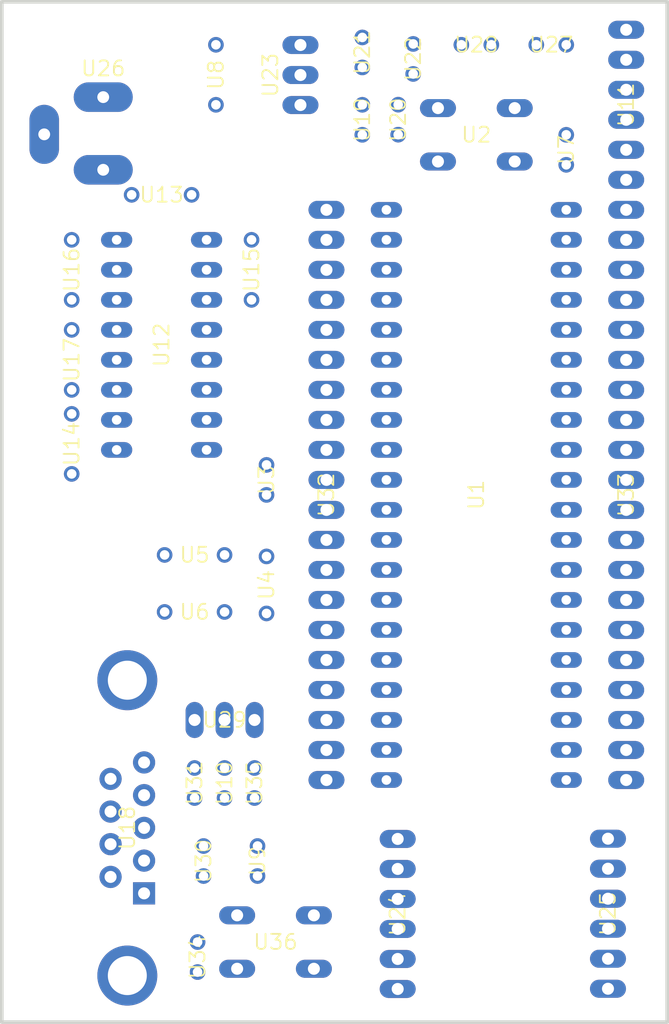
<source format=kicad_pcb>
(kicad_pcb (version 20241229) (generator "pcbnew") (generator_version "9.0")
  (layers (0 "F.Cu" signal "Top") (4 "In1.Cu" signal "Route2") (6 "In2.Cu" signal "Route3") (8 "In3.Cu" signal "Route4") (10 "In4.Cu" signal "Route5") (12 "In5.Cu" signal "Route6") (14 "In6.Cu" signal "Route7") (16 "In7.Cu" signal "Route8") (18 "In8.Cu" signal "Route9") (20 "In9.Cu" signal "Route10") (22 "In10.Cu" signal "Route11") (24 "In11.Cu" signal "Route12") (26 "In12.Cu" signal "Route13") (28 "In13.Cu" signal "Route14") (30 "In14.Cu" signal "Route15") (2 "B.Cu" signal "Bottom") (13 "F.Paste" user) (15 "B.Paste" user) (5 "F.SilkS" user "F.Silkscreen") (7 "B.SilkS" user "B.Silkscreen") (1 "F.Mask" user) (3 "B.Mask" user) (25 "Edge.Cuts" user))
  (net 0 "")
  (net 1 "Net-(IC3-Pad40)")
  (net 2 "Net-(IC3-Pad39)")
  (net 3 "Net-(IC3-Pad38)")
  (net 4 "Net-(IC3-Pad37)")
  (net 5 "Net-(IC3-Pad36)")
  (net 6 "Net-(IC3-Pad35)")
  (net 7 "/MRF_INT")
  (net 8 "Net-(IC3-Pad33)")
  (net 9 "/3.3V_SRC")
  (net 10 "GND")
  (net 11 "Net-(IC3-Pad30)")
  (net 12 "Net-(IC3-Pad29)")
  (net 13 "Net-(IC3-Pad28)")
  (net 14 "Net-(IC3-Pad27)")
  (net 15 "/N$17")
  (net 16 "/N$21")
  (net 17 "/MRF_SDO")
  (net 18 "/MRF_SDI")
  (net 19 "Net-(IC3-Pad22)")
  (net 20 "Net-(IC3-Pad21)")
  (net 21 "Net-(IC3-Pad20)")
  (net 22 "Net-(IC3-Pad19)")
  (net 23 "/MRF_SCK")
  (net 24 "/MRF_CS")
  (net 25 "/MRF_WAKE")
  (net 26 "/MRF_RESET")
  (net 27 "/OSC2")
  (net 28 "/OS1")
  (net 29 "Net-(IC3-Pad10)")
  (net 30 "Net-(IC3-Pad9)")
  (net 31 "Net-(IC3-Pad8)")
  (net 32 "Net-(IC3-Pad7)")
  (net 33 "Net-(IC3-Pad6)")
  (net 34 "Net-(IC3-Pad5)")
  (net 35 "Net-(IC3-Pad4)")
  (net 36 "Net-(IC3-Pad3)")
  (net 37 "Net-(IC3-Pad2)")
  (net 38 "Net-(IC3-Pad1)")
  (net 39 "Net-(S1-Pad4)")
  (net 40 "Net-(S1-Pad2)")
  (net 41 "Net-(C6-Pad1)")
  (net 42 "Net-(LED3-PadA)")
  (net 43 "Net-(R5-Pad1)")
  (net 44 "Net-(JP3-Pad6)")
  (net 45 "Net-(IC2-Pad14)")
  (net 46 "Net-(IC2-Pad13)")
  (net 47 "Net-(IC2-Pad12)")
  (net 48 "Net-(IC2-Pad11)")
  (net 49 "Net-(C5-Pad2)")
  (net 50 "Net-(C2-Pad2)")
  (net 51 "Net-(C5-Pad1)")
  (net 52 "Net-(C4-Pad2)")
  (net 53 "Net-(IC2-Pad8)")
  (net 54 "Net-(IC2-Pad7)")
  (net 55 "Net-(C1-Pad1)")
  (net 56 "Net-(C4-Pad1)")
  (net 57 "Net-(X1-Pad9)")
  (net 58 "Net-(X1-Pad7)")
  (net 59 "Net-(X1-Pad1)")
  (net 60 "Net-(IC4-Pad1)")
  (net 61 "Net-(R8-Pad1)")
  (net 62 "Net-(JP4-Pad4)")
  (net 63 "Net-(X3-Pad3)")
  (net 64 "Net-(LED1-PadA)")
  (net 65 "Net-(R2-Pad1)")
  (net 66 "Net-(R6-Pad1)")
  (net 67 "Net-(LED2-PadA)")
  (net 68 "Net-(R1-Pad1)")
  (net 69 "Net-(S2-Pad4)")
  (net 70 "Net-(S2-Pad2)")
  (footprint "picDevBoard:DIL40" (layer "F.Cu") (at 160.520378 103.560879 -90)
    (property "Reference" "U1" (at 0 0 270) (layer "F.SilkS") (effects (font (size 1.27 1.27))))
    (property "Value" "" (at 0 0 270) (layer "F.SilkS") (effects (font (size 1.27 1.27))))
    (pad "1" thru_hole oval (at -24.13 7.62) (size 2.6416 1.3208) (drill 0.8128) (layers "*.Cu" "*.Mask") (net 38 "Net-(IC3-Pad1)"))
    (pad "2" thru_hole oval (at -21.59 7.62) (size 2.6416 1.3208) (drill 0.8128) (layers "*.Cu" "*.Mask") (net 37 "Net-(IC3-Pad2)"))
    (pad "3" thru_hole oval (at -19.05 7.62) (size 2.6416 1.3208) (drill 0.8128) (layers "*.Cu" "*.Mask") (net 36 "Net-(IC3-Pad3)"))
    (pad "4" thru_hole oval (at -16.51 7.62) (size 2.6416 1.3208) (drill 0.8128) (layers "*.Cu" "*.Mask") (net 35 "Net-(IC3-Pad4)"))
    (pad "5" thru_hole oval (at -13.97 7.62) (size 2.6416 1.3208) (drill 0.8128) (layers "*.Cu" "*.Mask") (net 34 "Net-(IC3-Pad5)"))
    (pad "6" thru_hole oval (at -11.43 7.62) (size 2.6416 1.3208) (drill 0.8128) (layers "*.Cu" "*.Mask") (net 33 "Net-(IC3-Pad6)"))
    (pad "7" thru_hole oval (at -8.89 7.62) (size 2.6416 1.3208) (drill 0.8128) (layers "*.Cu" "*.Mask") (net 32 "Net-(IC3-Pad7)"))
    (pad "8" thru_hole oval (at -6.35 7.62) (size 2.6416 1.3208) (drill 0.8128) (layers "*.Cu" "*.Mask") (net 31 "Net-(IC3-Pad8)"))
    (pad "9" thru_hole oval (at -3.81 7.62) (size 2.6416 1.3208) (drill 0.8128) (layers "*.Cu" "*.Mask") (net 30 "Net-(IC3-Pad9)"))
    (pad "10" thru_hole oval (at -1.27 7.62) (size 2.6416 1.3208) (drill 0.8128) (layers "*.Cu" "*.Mask") (net 29 "Net-(IC3-Pad10)"))
    (pad "11" thru_hole oval (at 1.27 7.62) (size 2.6416 1.3208) (drill 0.8128) (layers "*.Cu" "*.Mask") (net 9 "/3.3V_SRC"))
    (pad "12" thru_hole oval (at 3.81 7.62) (size 2.6416 1.3208) (drill 0.8128) (layers "*.Cu" "*.Mask") (net 10 "GND"))
    (pad "13" thru_hole oval (at 6.35 7.62) (size 2.6416 1.3208) (drill 0.8128) (layers "*.Cu" "*.Mask") (net 28 "/OS1"))
    (pad "14" thru_hole oval (at 8.89 7.62) (size 2.6416 1.3208) (drill 0.8128) (layers "*.Cu" "*.Mask") (net 27 "/OSC2"))
    (pad "15" thru_hole oval (at 11.43 7.62) (size 2.6416 1.3208) (drill 0.8128) (layers "*.Cu" "*.Mask") (net 26 "/MRF_RESET"))
    (pad "16" thru_hole oval (at 13.97 7.62) (size 2.6416 1.3208) (drill 0.8128) (layers "*.Cu" "*.Mask") (net 25 "/MRF_WAKE"))
    (pad "17" thru_hole oval (at 16.51 7.62) (size 2.6416 1.3208) (drill 0.8128) (layers "*.Cu" "*.Mask") (net 24 "/MRF_CS"))
    (pad "18" thru_hole oval (at 19.05 7.62) (size 2.6416 1.3208) (drill 0.8128) (layers "*.Cu" "*.Mask") (net 23 "/MRF_SCK"))
    (pad "19" thru_hole oval (at 21.59 7.62) (size 2.6416 1.3208) (drill 0.8128) (layers "*.Cu" "*.Mask") (net 22 "Net-(IC3-Pad19)"))
    (pad "20" thru_hole oval (at 24.13 7.62) (size 2.6416 1.3208) (drill 0.8128) (layers "*.Cu" "*.Mask") (net 21 "Net-(IC3-Pad20)"))
    (pad "21" thru_hole oval (at 24.13 -7.62) (size 2.6416 1.3208) (drill 0.8128) (layers "*.Cu" "*.Mask") (net 20 "Net-(IC3-Pad21)"))
    (pad "22" thru_hole oval (at 21.59 -7.62) (size 2.6416 1.3208) (drill 0.8128) (layers "*.Cu" "*.Mask") (net 19 "Net-(IC3-Pad22)"))
    (pad "23" thru_hole oval (at 19.05 -7.62) (size 2.6416 1.3208) (drill 0.8128) (layers "*.Cu" "*.Mask") (net 18 "/MRF_SDI"))
    (pad "24" thru_hole oval (at 16.51 -7.62) (size 2.6416 1.3208) (drill 0.8128) (layers "*.Cu" "*.Mask") (net 17 "/MRF_SDO"))
    (pad "25" thru_hole oval (at 13.97 -7.62) (size 2.6416 1.3208) (drill 0.8128) (layers "*.Cu" "*.Mask") (net 16 "/N$21"))
    (pad "26" thru_hole oval (at 11.43 -7.62) (size 2.6416 1.3208) (drill 0.8128) (layers "*.Cu" "*.Mask") (net 15 "/N$17"))
    (pad "27" thru_hole oval (at 8.89 -7.62) (size 2.6416 1.3208) (drill 0.8128) (layers "*.Cu" "*.Mask") (net 14 "Net-(IC3-Pad27)"))
    (pad "28" thru_hole oval (at 6.35 -7.62) (size 2.6416 1.3208) (drill 0.8128) (layers "*.Cu" "*.Mask") (net 13 "Net-(IC3-Pad28)"))
    (pad "29" thru_hole oval (at 3.81 -7.62) (size 2.6416 1.3208) (drill 0.8128) (layers "*.Cu" "*.Mask") (net 12 "Net-(IC3-Pad29)"))
    (pad "30" thru_hole oval (at 1.27 -7.62) (size 2.6416 1.3208) (drill 0.8128) (layers "*.Cu" "*.Mask") (net 11 "Net-(IC3-Pad30)"))
    (pad "31" thru_hole oval (at -1.27 -7.62) (size 2.6416 1.3208) (drill 0.8128) (layers "*.Cu" "*.Mask") (net 10 "GND"))
    (pad "32" thru_hole oval (at -3.81 -7.62) (size 2.6416 1.3208) (drill 0.8128) (layers "*.Cu" "*.Mask") (net 9 "/3.3V_SRC"))
    (pad "33" thru_hole oval (at -6.35 -7.62) (size 2.6416 1.3208) (drill 0.8128) (layers "*.Cu" "*.Mask") (net 8 "Net-(IC3-Pad33)"))
    (pad "34" thru_hole oval (at -8.89 -7.62) (size 2.6416 1.3208) (drill 0.8128) (layers "*.Cu" "*.Mask") (net 7 "/MRF_INT"))
    (pad "35" thru_hole oval (at -11.43 -7.62) (size 2.6416 1.3208) (drill 0.8128) (layers "*.Cu" "*.Mask") (net 6 "Net-(IC3-Pad35)"))
    (pad "36" thru_hole oval (at -13.97 -7.62) (size 2.6416 1.3208) (drill 0.8128) (layers "*.Cu" "*.Mask") (net 5 "Net-(IC3-Pad36)"))
    (pad "37" thru_hole oval (at -16.51 -7.62) (size 2.6416 1.3208) (drill 0.8128) (layers "*.Cu" "*.Mask") (net 4 "Net-(IC3-Pad37)"))
    (pad "38" thru_hole oval (at -19.05 -7.62) (size 2.6416 1.3208) (drill 0.8128) (layers "*.Cu" "*.Mask") (net 3 "Net-(IC3-Pad38)"))
    (pad "39" thru_hole oval (at -21.59 -7.62) (size 2.6416 1.3208) (drill 0.8128) (layers "*.Cu" "*.Mask") (net 2 "Net-(IC3-Pad39)"))
    (pad "40" thru_hole oval (at -24.13 -7.62) (size 2.6416 1.3208) (drill 0.8128) (layers "*.Cu" "*.Mask") (net 1 "Net-(IC3-Pad40)"))
  )
  (footprint "picDevBoard:B3F-10XX" (layer "F.Cu") (at 160.520378 73.080879)
    (property "Reference" "U2" (at 0 0 0) (layer "F.SilkS") (effects (font (size 1.27 1.27))))
    (property "Value" "" (at 0 0 0) (layer "F.SilkS") (effects (font (size 1.27 1.27))))
    (pad "1" thru_hole oval (at -3.2512 -2.2606) (size 3.048 1.524) (drill 1.016) (layers "*.Cu" "*.Mask") (net 10 "GND"))
    (pad "2" thru_hole oval (at 3.2512 -2.2606) (size 3.048 1.524) (drill 1.016) (layers "*.Cu" "*.Mask") (net 40 "Net-(S1-Pad2)"))
    (pad "3" thru_hole oval (at -3.2512 2.2606) (size 3.048 1.524) (drill 1.016) (layers "*.Cu" "*.Mask") (net 38 "Net-(IC3-Pad1)"))
    (pad "4" thru_hole oval (at 3.2512 2.2606) (size 3.048 1.524) (drill 1.016) (layers "*.Cu" "*.Mask") (net 39 "Net-(S1-Pad4)"))
  )
  (footprint "picDevBoard:C025-024X044" (layer "F.Cu") (at 142.740378 102.290879 -90)
    (property "Reference" "U3" (at 0 0 270) (layer "F.SilkS") (effects (font (size 1.27 1.27))))
    (property "Value" "" (at 0 0 270) (layer "F.SilkS") (effects (font (size 1.27 1.27))))
    (pad "1" thru_hole circle (at -1.27 0 270) (size 1.3208 1.3208) (drill 0.8128) (layers "*.Cu" "*.Mask") (net 9 "/3.3V_SRC"))
    (pad "2" thru_hole circle (at 1.27 0 270) (size 1.3208 1.3208) (drill 0.8128) (layers "*.Cu" "*.Mask") (net 10 "GND"))
  )
  (footprint "picDevBoard:HC49_S" (layer "F.Cu") (at 142.740378 111.180879 -90)
    (property "Reference" "U4" (at 0 0 270) (layer "F.SilkS") (effects (font (size 1.27 1.27))))
    (property "Value" "" (at 0 0 270) (layer "F.SilkS") (effects (font (size 1.27 1.27))))
    (pad "1" thru_hole circle (at -2.413 0 270) (size 1.3208 1.3208) (drill 0.8128) (layers "*.Cu" "*.Mask") (net 28 "/OS1"))
    (pad "2" thru_hole circle (at 2.413 0 270) (size 1.3208 1.3208) (drill 0.8128) (layers "*.Cu" "*.Mask") (net 27 "/OSC2"))
  )
  (footprint "picDevBoard:C050-024X044" (layer "F.Cu") (at 136.644378 108.640879 180)
    (property "Reference" "U5" (at 0 0 180) (layer "F.SilkS") (effects (font (size 1.27 1.27))))
    (property "Value" "" (at 0 0 180) (layer "F.SilkS") (effects (font (size 1.27 1.27))))
    (pad "1" thru_hole circle (at -2.54 0 180) (size 1.3208 1.3208) (drill 0.8128) (layers "*.Cu" "*.Mask") (net 28 "/OS1"))
    (pad "2" thru_hole circle (at 2.54 0 180) (size 1.3208 1.3208) (drill 0.8128) (layers "*.Cu" "*.Mask") (net 10 "GND"))
  )
  (footprint "picDevBoard:C050-024X044" (layer "F.Cu") (at 136.644378 113.466879 180)
    (property "Reference" "U6" (at 0 0 180) (layer "F.SilkS") (effects (font (size 1.27 1.27))))
    (property "Value" "" (at 0 0 180) (layer "F.SilkS") (effects (font (size 1.27 1.27))))
    (pad "1" thru_hole circle (at -2.54 0 180) (size 1.3208 1.3208) (drill 0.8128) (layers "*.Cu" "*.Mask") (net 27 "/OSC2"))
    (pad "2" thru_hole circle (at 2.54 0 180) (size 1.3208 1.3208) (drill 0.8128) (layers "*.Cu" "*.Mask") (net 10 "GND"))
  )
  (footprint "picDevBoard:V526-0" (layer "F.Cu") (at 168.140378 74.350879 -90)
    (property "Reference" "U7" (at 0 0 270) (layer "F.SilkS") (effects (font (size 1.27 1.27))))
    (property "Value" "" (at 0 0 270) (layer "F.SilkS") (effects (font (size 1.27 1.27))))
    (pad "1" thru_hole circle (at -1.27 0 270) (size 1.3208 1.3208) (drill 0.8128) (layers "*.Cu" "*.Mask") (net 9 "/3.3V_SRC"))
    (pad "2" thru_hole circle (at 1.27 0 270) (size 1.3208 1.3208) (drill 0.8128) (layers "*.Cu" "*.Mask") (net 38 "Net-(IC3-Pad1)"))
  )
  (footprint "picDevBoard:C050-025X075" (layer "F.Cu") (at 138.452878 68.000879 -90)
    (property "Reference" "U8" (at 0 0 270) (layer "F.SilkS") (effects (font (size 1.27 1.27))))
    (property "Value" "" (at 0 0 270) (layer "F.SilkS") (effects (font (size 1.27 1.27))))
    (pad "1" thru_hole circle (at -2.54 0 270) (size 1.3208 1.3208) (drill 0.8128) (layers "*.Cu" "*.Mask") (net 41 "Net-(C6-Pad1)"))
    (pad "2" thru_hole circle (at 2.54 0 270) (size 1.3208 1.3208) (drill 0.8128) (layers "*.Cu" "*.Mask") (net 10 "GND"))
  )
  (footprint "picDevBoard:LED3MM" (layer "F.Cu") (at 141.978378 134.548879 -90)
    (property "Reference" "U9" (at 0 0 270) (layer "F.SilkS") (effects (font (size 1.27 1.27))))
    (property "Value" "" (at 0 0 270) (layer "F.SilkS") (effects (font (size 1.27 1.27))))
    (pad "A" thru_hole circle (at -1.27 0 270) (size 1.3208 1.3208) (drill 0.8128) (layers "*.Cu" "*.Mask") (net 42 "Net-(LED3-PadA)"))
    (pad "K" thru_hole circle (at 1.27 0 270) (size 1.3208 1.3208) (drill 0.8128) (layers "*.Cu" "*.Mask") (net 10 "GND"))
  )
  (footprint "picDevBoard:V526-0" (layer "F.Cu") (at 139.184378 127.944879 -90)
    (property "Reference" "U10" (at 0 0 270) (layer "F.SilkS") (effects (font (size 1.27 1.27))))
    (property "Value" "" (at 0 0 270) (layer "F.SilkS") (effects (font (size 1.27 1.27))))
    (pad "1" thru_hole circle (at -1.27 0 270) (size 1.3208 1.3208) (drill 0.8128) (layers "*.Cu" "*.Mask") (net 43 "Net-(R5-Pad1)"))
    (pad "2" thru_hole circle (at 1.27 0 270) (size 1.3208 1.3208) (drill 0.8128) (layers "*.Cu" "*.Mask") (net 42 "Net-(LED3-PadA)"))
  )
  (footprint "picDevBoard:1X06" (layer "F.Cu") (at 173.220378 70.540879 90)
    (property "Reference" "U11" (at 0 0 90) (layer "F.SilkS") (effects (font (size 1.27 1.27))))
    (property "Value" "" (at 0 0 90) (layer "F.SilkS") (effects (font (size 1.27 1.27))))
    (pad "1" thru_hole oval (at -6.35 0 180) (size 3.048 1.524) (drill 1.016) (layers "*.Cu" "*.Mask") (net 38 "Net-(IC3-Pad1)"))
    (pad "2" thru_hole oval (at -3.81 0 180) (size 3.048 1.524) (drill 1.016) (layers "*.Cu" "*.Mask") (net 9 "/3.3V_SRC"))
    (pad "3" thru_hole oval (at -1.27 0 180) (size 3.048 1.524) (drill 1.016) (layers "*.Cu" "*.Mask") (net 10 "GND"))
    (pad "4" thru_hole oval (at 1.27 0 180) (size 3.048 1.524) (drill 1.016) (layers "*.Cu" "*.Mask") (net 1 "Net-(IC3-Pad40)"))
    (pad "5" thru_hole oval (at 3.81 0 180) (size 3.048 1.524) (drill 1.016) (layers "*.Cu" "*.Mask") (net 2 "Net-(IC3-Pad39)"))
    (pad "6" thru_hole oval (at 6.35 0 180) (size 3.048 1.524) (drill 1.016) (layers "*.Cu" "*.Mask") (net 44 "Net-(JP3-Pad6)"))
  )
  (footprint "picDevBoard:DIL16" (layer "F.Cu") (at 133.850378 90.860879 -90)
    (property "Reference" "U12" (at 0 0 270) (layer "F.SilkS") (effects (font (size 1.27 1.27))))
    (property "Value" "" (at 0 0 270) (layer "F.SilkS") (effects (font (size 1.27 1.27))))
    (pad "1" thru_hole oval (at -8.89 3.81) (size 2.6416 1.3208) (drill 0.8128) (layers "*.Cu" "*.Mask") (net 56 "Net-(C4-Pad1)"))
    (pad "2" thru_hole oval (at -6.35 3.81) (size 2.6416 1.3208) (drill 0.8128) (layers "*.Cu" "*.Mask") (net 55 "Net-(C1-Pad1)"))
    (pad "3" thru_hole oval (at -3.81 3.81) (size 2.6416 1.3208) (drill 0.8128) (layers "*.Cu" "*.Mask") (net 52 "Net-(C4-Pad2)"))
    (pad "4" thru_hole oval (at -1.27 3.81) (size 2.6416 1.3208) (drill 0.8128) (layers "*.Cu" "*.Mask") (net 51 "Net-(C5-Pad1)"))
    (pad "5" thru_hole oval (at 1.27 3.81) (size 2.6416 1.3208) (drill 0.8128) (layers "*.Cu" "*.Mask") (net 49 "Net-(C5-Pad2)"))
    (pad "6" thru_hole oval (at 3.81 3.81) (size 2.6416 1.3208) (drill 0.8128) (layers "*.Cu" "*.Mask") (net 50 "Net-(C2-Pad2)"))
    (pad "7" thru_hole oval (at 6.35 3.81) (size 2.6416 1.3208) (drill 0.8128) (layers "*.Cu" "*.Mask") (net 54 "Net-(IC2-Pad7)"))
    (pad "8" thru_hole oval (at 8.89 3.81) (size 2.6416 1.3208) (drill 0.8128) (layers "*.Cu" "*.Mask") (net 53 "Net-(IC2-Pad8)"))
    (pad "9" thru_hole oval (at 8.89 -3.81) (size 2.6416 1.3208) (drill 0.8128) (layers "*.Cu" "*.Mask") (net 15 "/N$17"))
    (pad "10" thru_hole oval (at 6.35 -3.81) (size 2.6416 1.3208) (drill 0.8128) (layers "*.Cu" "*.Mask") (net 16 "/N$21"))
    (pad "11" thru_hole oval (at 3.81 -3.81) (size 2.6416 1.3208) (drill 0.8128) (layers "*.Cu" "*.Mask") (net 48 "Net-(IC2-Pad11)"))
    (pad "12" thru_hole oval (at 1.27 -3.81) (size 2.6416 1.3208) (drill 0.8128) (layers "*.Cu" "*.Mask") (net 47 "Net-(IC2-Pad12)"))
    (pad "13" thru_hole oval (at -1.27 -3.81) (size 2.6416 1.3208) (drill 0.8128) (layers "*.Cu" "*.Mask") (net 46 "Net-(IC2-Pad13)"))
    (pad "14" thru_hole oval (at -3.81 -3.81) (size 2.6416 1.3208) (drill 0.8128) (layers "*.Cu" "*.Mask") (net 45 "Net-(IC2-Pad14)"))
    (pad "15" thru_hole oval (at -6.35 -3.81) (size 2.6416 1.3208) (drill 0.8128) (layers "*.Cu" "*.Mask") (net 10 "GND"))
    (pad "16" thru_hole oval (at -8.89 -3.81) (size 2.6416 1.3208) (drill 0.8128) (layers "*.Cu" "*.Mask") (net 9 "/3.3V_SRC"))
  )
  (footprint "picDevBoard:C050-024X044" (layer "F.Cu") (at 133.850378 78.160879)
    (property "Reference" "U13" (at 0 0 0) (layer "F.SilkS") (effects (font (size 1.27 1.27))))
    (property "Value" "" (at 0 0 0) (layer "F.SilkS") (effects (font (size 1.27 1.27))))
    (pad "1" thru_hole circle (at -2.54 0) (size 1.3208 1.3208) (drill 0.8128) (layers "*.Cu" "*.Mask") (net 55 "Net-(C1-Pad1)"))
    (pad "2" thru_hole circle (at 2.54 0) (size 1.3208 1.3208) (drill 0.8128) (layers "*.Cu" "*.Mask") (net 9 "/3.3V_SRC"))
  )
  (footprint "picDevBoard:C050-024X044" (layer "F.Cu") (at 126.230378 99.242879 90)
    (property "Reference" "U14" (at 0 0 90) (layer "F.SilkS") (effects (font (size 1.27 1.27))))
    (property "Value" "" (at 0 0 90) (layer "F.SilkS") (effects (font (size 1.27 1.27))))
    (pad "1" thru_hole circle (at -2.54 0 90) (size 1.3208 1.3208) (drill 0.8128) (layers "*.Cu" "*.Mask") (net 10 "GND"))
    (pad "2" thru_hole circle (at 2.54 0 90) (size 1.3208 1.3208) (drill 0.8128) (layers "*.Cu" "*.Mask") (net 50 "Net-(C2-Pad2)"))
  )
  (footprint "picDevBoard:C050-024X044" (layer "F.Cu") (at 141.470378 84.510879 -90)
    (property "Reference" "U15" (at 0 0 270) (layer "F.SilkS") (effects (font (size 1.27 1.27))))
    (property "Value" "" (at 0 0 270) (layer "F.SilkS") (effects (font (size 1.27 1.27))))
    (pad "1" thru_hole circle (at -2.54 0 270) (size 1.3208 1.3208) (drill 0.8128) (layers "*.Cu" "*.Mask") (net 9 "/3.3V_SRC"))
    (pad "2" thru_hole circle (at 2.54 0 270) (size 1.3208 1.3208) (drill 0.8128) (layers "*.Cu" "*.Mask") (net 10 "GND"))
  )
  (footprint "picDevBoard:C050-024X044" (layer "F.Cu") (at 126.230378 84.510879 -90)
    (property "Reference" "U16" (at 0 0 270) (layer "F.SilkS") (effects (font (size 1.27 1.27))))
    (property "Value" "" (at 0 0 270) (layer "F.SilkS") (effects (font (size 1.27 1.27))))
    (pad "1" thru_hole circle (at -2.54 0 270) (size 1.3208 1.3208) (drill 0.8128) (layers "*.Cu" "*.Mask") (net 56 "Net-(C4-Pad1)"))
    (pad "2" thru_hole circle (at 2.54 0 270) (size 1.3208 1.3208) (drill 0.8128) (layers "*.Cu" "*.Mask") (net 52 "Net-(C4-Pad2)"))
  )
  (footprint "picDevBoard:C050-024X044" (layer "F.Cu") (at 126.230378 92.130879 -90)
    (property "Reference" "U17" (at 0 0 270) (layer "F.SilkS") (effects (font (size 1.27 1.27))))
    (property "Value" "" (at 0 0 270) (layer "F.SilkS") (effects (font (size 1.27 1.27))))
    (pad "1" thru_hole circle (at -2.54 0 270) (size 1.3208 1.3208) (drill 0.8128) (layers "*.Cu" "*.Mask") (net 51 "Net-(C5-Pad1)"))
    (pad "2" thru_hole circle (at 2.54 0 270) (size 1.3208 1.3208) (drill 0.8128) (layers "*.Cu" "*.Mask") (net 49 "Net-(C5-Pad2)"))
  )
  (footprint "picDevBoard:DB9" (layer "F.Cu") (at 130.944678 131.744879 90)
    (property "Reference" "U18" (at 0 0 90) (layer "F.SilkS") (effects (font (size 1.27 1.27))))
    (property "Value" "" (at 0 0 90) (layer "F.SilkS") (effects (font (size 1.27 1.27))))
    (pad "1" thru_hole rect (at -5.54 1.42 90) (size 1.8796 1.8796) (drill 1.016) (layers "*.Cu" "*.Mask") (net 59 "Net-(X1-Pad1)"))
    (pad "2" thru_hole circle (at -2.77 1.42 90) (size 1.8796 1.8796) (drill 1.016) (layers "*.Cu" "*.Mask") (net 54 "Net-(IC2-Pad7)"))
    (pad "3" thru_hole circle (at 0 1.42 90) (size 1.8796 1.8796) (drill 1.016) (layers "*.Cu" "*.Mask") (net 53 "Net-(IC2-Pad8)"))
    (pad "4" thru_hole circle (at 2.77 1.42 90) (size 1.8796 1.8796) (drill 1.016) (layers "*.Cu" "*.Mask") (net 59 "Net-(X1-Pad1)"))
    (pad "5" thru_hole circle (at 5.54 1.42 90) (size 1.8796 1.8796) (drill 1.016) (layers "*.Cu" "*.Mask") (net 10 "GND"))
    (pad "6" thru_hole circle (at -4.15 -1.42 90) (size 1.8796 1.8796) (drill 1.016) (layers "*.Cu" "*.Mask") (net 59 "Net-(X1-Pad1)"))
    (pad "7" thru_hole circle (at -1.38 -1.42 90) (size 1.8796 1.8796) (drill 1.016) (layers "*.Cu" "*.Mask") (net 58 "Net-(X1-Pad7)"))
    (pad "8" thru_hole circle (at 1.38 -1.42 90) (size 1.8796 1.8796) (drill 1.016) (layers "*.Cu" "*.Mask") (net 58 "Net-(X1-Pad7)"))
    (pad "9" thru_hole circle (at 4.15 -1.42 90) (size 1.8796 1.8796) (drill 1.016) (layers "*.Cu" "*.Mask") (net 57 "Net-(X1-Pad9)"))
    (pad "G1" thru_hole circle (at -12.5 0 90) (size 5.08 5.08) (drill 3.302) (layers "*.Cu" "*.Mask"))
    (pad "G2" thru_hole circle (at 12.5 0 90) (size 5.08 5.08) (drill 3.302) (layers "*.Cu" "*.Mask"))
  )
  (footprint "picDevBoard:V526-0" (layer "F.Cu") (at 150.858178 71.810879 90)
    (property "Reference" "U19" (at 0 0 90) (layer "F.SilkS") (effects (font (size 1.27 1.27))))
    (property "Value" "" (at 0 0 90) (layer "F.SilkS") (effects (font (size 1.27 1.27))))
    (pad "1" thru_hole circle (at -1.27 0 90) (size 1.3208 1.3208) (drill 0.8128) (layers "*.Cu" "*.Mask") (net 61 "Net-(R8-Pad1)"))
    (pad "2" thru_hole circle (at 1.27 0 90) (size 1.3208 1.3208) (drill 0.8128) (layers "*.Cu" "*.Mask") (net 60 "Net-(IC4-Pad1)"))
  )
  (footprint "picDevBoard:V526-0" (layer "F.Cu") (at 153.9 71.8 -90)
    (property "Reference" "U20" (at 0 0 270) (layer "F.SilkS") (effects (font (size 1.27 1.27))))
    (property "Value" "" (at 0 0 270) (layer "F.SilkS") (effects (font (size 1.27 1.27))))
    (pad "1" thru_hole circle (at -1.27 0 270) (size 1.3208 1.3208) (drill 0.8128) (layers "*.Cu" "*.Mask") (net 10 "GND"))
    (pad "2" thru_hole circle (at 1.27 0 270) (size 1.3208 1.3208) (drill 0.8128) (layers "*.Cu" "*.Mask") (net 61 "Net-(R8-Pad1)"))
  )
  (footprint "picDevBoard:V526-0" (layer "F.Cu") (at 150.858178 66.11 90)
    (property "Reference" "U21" (at 0 0 90) (layer "F.SilkS") (effects (font (size 1.27 1.27))))
    (property "Value" "" (at 0 0 90) (layer "F.SilkS") (effects (font (size 1.27 1.27))))
    (pad "1" thru_hole circle (at -1.27 0 90) (size 1.3208 1.3208) (drill 0.8128) (layers "*.Cu" "*.Mask") (net 60 "Net-(IC4-Pad1)"))
    (pad "2" thru_hole circle (at 1.27 0 90) (size 1.3208 1.3208) (drill 0.8128) (layers "*.Cu" "*.Mask") (net 9 "/3.3V_SRC"))
  )
  (footprint "picDevBoard:C025-024X044" (layer "F.Cu") (at 155.17 66.66 -90)
    (property "Reference" "U22" (at 0 0 270) (layer "F.SilkS") (effects (font (size 1.27 1.27))))
    (property "Value" "" (at 0 0 270) (layer "F.SilkS") (effects (font (size 1.27 1.27))))
    (pad "1" thru_hole circle (at -1.27 0 270) (size 1.3208 1.3208) (drill 0.8128) (layers "*.Cu" "*.Mask") (net 9 "/3.3V_SRC"))
    (pad "2" thru_hole circle (at 1.27 0 270) (size 1.3208 1.3208) (drill 0.8128) (layers "*.Cu" "*.Mask") (net 10 "GND"))
  )
  (footprint "picDevBoard:317TS" (layer "F.Cu") (at 143.075678 68.021279 90)
    (property "Reference" "U23" (at 0 0 90) (layer "F.SilkS") (effects (font (size 1.27 1.27))))
    (property "Value" "" (at 0 0 90) (layer "F.SilkS") (effects (font (size 1.27 1.27))))
    (pad "1" thru_hole oval (at -2.54 2.54 180) (size 3.048 1.524) (drill 1.016) (layers "*.Cu" "*.Mask") (net 60 "Net-(IC4-Pad1)"))
    (pad "2" thru_hole oval (at 0 2.54 180) (size 3.048 1.524) (drill 1.016) (layers "*.Cu" "*.Mask") (net 9 "/3.3V_SRC"))
    (pad "3" thru_hole oval (at 2.54 2.54 180) (size 3.048 1.524) (drill 1.016) (layers "*.Cu" "*.Mask") (net 41 "Net-(C6-Pad1)"))
  )
  (footprint "picDevBoard:1X06" (layer "F.Cu") (at 153.855478 139.029379 90)
    (property "Reference" "U24" (at 0 0 90) (layer "F.SilkS") (effects (font (size 1.27 1.27))))
    (property "Value" "" (at 0 0 90) (layer "F.SilkS") (effects (font (size 1.27 1.27))))
    (pad "1" thru_hole oval (at -6.35 0 180) (size 3.048 1.524) (drill 1.016) (layers "*.Cu" "*.Mask") (net 10 "GND"))
    (pad "2" thru_hole oval (at -3.81 0 180) (size 3.048 1.524) (drill 1.016) (layers "*.Cu" "*.Mask") (net 10 "GND"))
    (pad "3" thru_hole oval (at -1.27 0 180) (size 3.048 1.524) (drill 1.016) (layers "*.Cu" "*.Mask") (net 9 "/3.3V_SRC"))
    (pad "4" thru_hole oval (at 1.27 0 180) (size 3.048 1.524) (drill 1.016) (layers "*.Cu" "*.Mask") (net 62 "Net-(JP4-Pad4)"))
    (pad "5" thru_hole oval (at 3.81 0 180) (size 3.048 1.524) (drill 1.016) (layers "*.Cu" "*.Mask") (net 24 "/MRF_CS"))
    (pad "6" thru_hole oval (at 6.35 0 180) (size 3.048 1.524) (drill 1.016) (layers "*.Cu" "*.Mask") (net 18 "/MRF_SDI"))
  )
  (footprint "picDevBoard:1X06" (layer "F.Cu") (at 171.676178 139.009079 -90)
    (property "Reference" "U25" (at 0 0 270) (layer "F.SilkS") (effects (font (size 1.27 1.27))))
    (property "Value" "" (at 0 0 270) (layer "F.SilkS") (effects (font (size 1.27 1.27))))
    (pad "1" thru_hole oval (at -6.35 0) (size 3.048 1.524) (drill 1.016) (layers "*.Cu" "*.Mask") (net 23 "/MRF_SCK"))
    (pad "2" thru_hole oval (at -3.81 0) (size 3.048 1.524) (drill 1.016) (layers "*.Cu" "*.Mask") (net 17 "/MRF_SDO"))
    (pad "3" thru_hole oval (at -1.27 0) (size 3.048 1.524) (drill 1.016) (layers "*.Cu" "*.Mask") (net 7 "/MRF_INT"))
    (pad "4" thru_hole oval (at 1.27 0) (size 3.048 1.524) (drill 1.016) (layers "*.Cu" "*.Mask") (net 25 "/MRF_WAKE"))
    (pad "5" thru_hole oval (at 3.81 0) (size 3.048 1.524) (drill 1.016) (layers "*.Cu" "*.Mask") (net 26 "/MRF_RESET"))
    (pad "6" thru_hole oval (at 6.35 0) (size 3.048 1.524) (drill 1.016) (layers "*.Cu" "*.Mask") (net 10 "GND"))
  )
  (footprint "picDevBoard:733980-62" (layer "F.Cu") (at 128.902459 67.472557 180)
    (property "Reference" "U26" (at 0 0 180) (layer "F.SilkS") (effects (font (size 1.27 1.27))))
    (property "Value" "" (at 0 0 180) (layer "F.SilkS") (effects (font (size 1.27 1.27))))
    (pad "1" thru_hole oval (at 0 -8.57 180) (size 5 2.5) (drill 1) (layers "*.Cu" "*.Mask") (net 10 "GND"))
    (pad "2" thru_hole oval (at 0 -2.42 180) (size 5 2.5) (drill 1) (layers "*.Cu" "*.Mask") (net 41 "Net-(C6-Pad1)"))
    (pad "3" thru_hole oval (at 5 -5.57 270) (size 5 2.5) (drill 1) (layers "*.Cu" "*.Mask") (net 63 "Net-(X3-Pad3)"))
  )
  (footprint "picDevBoard:LED3MM" (layer "F.Cu") (at 166.870378 65.460879)
    (property "Reference" "U27" (at 0 0 0) (layer "F.SilkS") (effects (font (size 1.27 1.27))))
    (property "Value" "" (at 0 0 0) (layer "F.SilkS") (effects (font (size 1.27 1.27))))
    (pad "A" thru_hole circle (at -1.27 0) (size 1.3208 1.3208) (drill 0.8128) (layers "*.Cu" "*.Mask") (net 64 "Net-(LED1-PadA)"))
    (pad "K" thru_hole circle (at 1.27 0) (size 1.3208 1.3208) (drill 0.8128) (layers "*.Cu" "*.Mask") (net 10 "GND"))
  )
  (footprint "picDevBoard:V526-0" (layer "F.Cu") (at 160.520378 65.460879)
    (property "Reference" "U28" (at 0 0 0) (layer "F.SilkS") (effects (font (size 1.27 1.27))))
    (property "Value" "" (at 0 0 0) (layer "F.SilkS") (effects (font (size 1.27 1.27))))
    (pad "1" thru_hole circle (at -1.27 0) (size 1.3208 1.3208) (drill 0.8128) (layers "*.Cu" "*.Mask") (net 9 "/3.3V_SRC"))
    (pad "2" thru_hole circle (at 1.27 0) (size 1.3208 1.3208) (drill 0.8128) (layers "*.Cu" "*.Mask") (net 64 "Net-(LED1-PadA)"))
  )
  (footprint "picDevBoard:MA03-1" (layer "F.Cu") (at 139.184378 122.610879)
    (property "Reference" "U29" (at 0 0 0) (layer "F.SilkS") (effects (font (size 1.27 1.27))))
    (property "Value" "" (at 0 0 0) (layer "F.SilkS") (effects (font (size 1.27 1.27))))
    (pad "1" thru_hole oval (at -2.54 0 90) (size 3.048 1.524) (drill 1.016) (layers "*.Cu" "*.Mask") (net 66 "Net-(R6-Pad1)"))
    (pad "2" thru_hole oval (at 0 0 90) (size 3.048 1.524) (drill 1.016) (layers "*.Cu" "*.Mask") (net 43 "Net-(R5-Pad1)"))
    (pad "3" thru_hole oval (at 2.54 0 90) (size 3.048 1.524) (drill 1.016) (layers "*.Cu" "*.Mask") (net 65 "Net-(R2-Pad1)"))
  )
  (footprint "picDevBoard:LED3MM" (layer "F.Cu") (at 137.406378 134.548879 -90)
    (property "Reference" "U30" (at 0 0 270) (layer "F.SilkS") (effects (font (size 1.27 1.27))))
    (property "Value" "" (at 0 0 270) (layer "F.SilkS") (effects (font (size 1.27 1.27))))
    (pad "A" thru_hole circle (at -1.27 0 270) (size 1.3208 1.3208) (drill 0.8128) (layers "*.Cu" "*.Mask") (net 67 "Net-(LED2-PadA)"))
    (pad "K" thru_hole circle (at 1.27 0 270) (size 1.3208 1.3208) (drill 0.8128) (layers "*.Cu" "*.Mask") (net 10 "GND"))
  )
  (footprint "picDevBoard:V526-0" (layer "F.Cu") (at 136.644378 127.944879 -90)
    (property "Reference" "U31" (at 0 0 270) (layer "F.SilkS") (effects (font (size 1.27 1.27))))
    (property "Value" "" (at 0 0 270) (layer "F.SilkS") (effects (font (size 1.27 1.27))))
    (pad "1" thru_hole circle (at -1.27 0 270) (size 1.3208 1.3208) (drill 0.8128) (layers "*.Cu" "*.Mask") (net 66 "Net-(R6-Pad1)"))
    (pad "2" thru_hole circle (at 1.27 0 270) (size 1.3208 1.3208) (drill 0.8128) (layers "*.Cu" "*.Mask") (net 67 "Net-(LED2-PadA)"))
  )
  (footprint "picDevBoard:MA20-1" (layer "F.Cu") (at 147.820378 103.560879 90)
    (property "Reference" "U32" (at 0 0 90) (layer "F.SilkS") (effects (font (size 1.27 1.27))))
    (property "Value" "" (at 0 0 90) (layer "F.SilkS") (effects (font (size 1.27 1.27))))
    (pad "1" thru_hole oval (at -24.13 0 180) (size 3.048 1.524) (drill 1.016) (layers "*.Cu" "*.Mask") (net 21 "Net-(IC3-Pad20)"))
    (pad "2" thru_hole oval (at -21.59 0 180) (size 3.048 1.524) (drill 1.016) (layers "*.Cu" "*.Mask") (net 22 "Net-(IC3-Pad19)"))
    (pad "3" thru_hole oval (at -19.05 0 180) (size 3.048 1.524) (drill 1.016) (layers "*.Cu" "*.Mask") (net 23 "/MRF_SCK"))
    (pad "4" thru_hole oval (at -16.51 0 180) (size 3.048 1.524) (drill 1.016) (layers "*.Cu" "*.Mask") (net 24 "/MRF_CS"))
    (pad "5" thru_hole oval (at -13.97 0 180) (size 3.048 1.524) (drill 1.016) (layers "*.Cu" "*.Mask") (net 25 "/MRF_WAKE"))
    (pad "6" thru_hole oval (at -11.43 0 180) (size 3.048 1.524) (drill 1.016) (layers "*.Cu" "*.Mask") (net 26 "/MRF_RESET"))
    (pad "7" thru_hole oval (at -8.89 0 180) (size 3.048 1.524) (drill 1.016) (layers "*.Cu" "*.Mask") (net 27 "/OSC2"))
    (pad "8" thru_hole oval (at -6.35 0 180) (size 3.048 1.524) (drill 1.016) (layers "*.Cu" "*.Mask") (net 28 "/OS1"))
    (pad "9" thru_hole oval (at -3.81 0 180) (size 3.048 1.524) (drill 1.016) (layers "*.Cu" "*.Mask") (net 10 "GND"))
    (pad "10" thru_hole oval (at -1.27 0 180) (size 3.048 1.524) (drill 1.016) (layers "*.Cu" "*.Mask") (net 9 "/3.3V_SRC"))
    (pad "11" thru_hole oval (at 1.27 0 180) (size 3.048 1.524) (drill 1.016) (layers "*.Cu" "*.Mask") (net 29 "Net-(IC3-Pad10)"))
    (pad "12" thru_hole oval (at 3.81 0 180) (size 3.048 1.524) (drill 1.016) (layers "*.Cu" "*.Mask") (net 30 "Net-(IC3-Pad9)"))
    (pad "13" thru_hole oval (at 6.35 0 180) (size 3.048 1.524) (drill 1.016) (layers "*.Cu" "*.Mask") (net 31 "Net-(IC3-Pad8)"))
    (pad "14" thru_hole oval (at 8.89 0 180) (size 3.048 1.524) (drill 1.016) (layers "*.Cu" "*.Mask") (net 32 "Net-(IC3-Pad7)"))
    (pad "15" thru_hole oval (at 11.43 0 180) (size 3.048 1.524) (drill 1.016) (layers "*.Cu" "*.Mask") (net 33 "Net-(IC3-Pad6)"))
    (pad "16" thru_hole oval (at 13.97 0 180) (size 3.048 1.524) (drill 1.016) (layers "*.Cu" "*.Mask") (net 34 "Net-(IC3-Pad5)"))
    (pad "17" thru_hole oval (at 16.51 0 180) (size 3.048 1.524) (drill 1.016) (layers "*.Cu" "*.Mask") (net 35 "Net-(IC3-Pad4)"))
    (pad "18" thru_hole oval (at 19.05 0 180) (size 3.048 1.524) (drill 1.016) (layers "*.Cu" "*.Mask") (net 36 "Net-(IC3-Pad3)"))
    (pad "19" thru_hole oval (at 21.59 0 180) (size 3.048 1.524) (drill 1.016) (layers "*.Cu" "*.Mask") (net 37 "Net-(IC3-Pad2)"))
    (pad "20" thru_hole oval (at 24.13 0 180) (size 3.048 1.524) (drill 1.016) (layers "*.Cu" "*.Mask") (net 38 "Net-(IC3-Pad1)"))
  )
  (footprint "picDevBoard:MA20-1" (layer "F.Cu") (at 173.220378 103.560879 -90)
    (property "Reference" "U33" (at 0 0 270) (layer "F.SilkS") (effects (font (size 1.27 1.27))))
    (property "Value" "" (at 0 0 270) (layer "F.SilkS") (effects (font (size 1.27 1.27))))
    (pad "1" thru_hole oval (at -24.13 0) (size 3.048 1.524) (drill 1.016) (layers "*.Cu" "*.Mask") (net 1 "Net-(IC3-Pad40)"))
    (pad "2" thru_hole oval (at -21.59 0) (size 3.048 1.524) (drill 1.016) (layers "*.Cu" "*.Mask") (net 2 "Net-(IC3-Pad39)"))
    (pad "3" thru_hole oval (at -19.05 0) (size 3.048 1.524) (drill 1.016) (layers "*.Cu" "*.Mask") (net 3 "Net-(IC3-Pad38)"))
    (pad "4" thru_hole oval (at -16.51 0) (size 3.048 1.524) (drill 1.016) (layers "*.Cu" "*.Mask") (net 4 "Net-(IC3-Pad37)"))
    (pad "5" thru_hole oval (at -13.97 0) (size 3.048 1.524) (drill 1.016) (layers "*.Cu" "*.Mask") (net 5 "Net-(IC3-Pad36)"))
    (pad "6" thru_hole oval (at -11.43 0) (size 3.048 1.524) (drill 1.016) (layers "*.Cu" "*.Mask") (net 6 "Net-(IC3-Pad35)"))
    (pad "7" thru_hole oval (at -8.89 0) (size 3.048 1.524) (drill 1.016) (layers "*.Cu" "*.Mask") (net 7 "/MRF_INT"))
    (pad "8" thru_hole oval (at -6.35 0) (size 3.048 1.524) (drill 1.016) (layers "*.Cu" "*.Mask") (net 8 "Net-(IC3-Pad33)"))
    (pad "9" thru_hole oval (at -3.81 0) (size 3.048 1.524) (drill 1.016) (layers "*.Cu" "*.Mask") (net 9 "/3.3V_SRC"))
    (pad "10" thru_hole oval (at -1.27 0) (size 3.048 1.524) (drill 1.016) (layers "*.Cu" "*.Mask") (net 10 "GND"))
    (pad "11" thru_hole oval (at 1.27 0) (size 3.048 1.524) (drill 1.016) (layers "*.Cu" "*.Mask") (net 11 "Net-(IC3-Pad30)"))
    (pad "12" thru_hole oval (at 3.81 0) (size 3.048 1.524) (drill 1.016) (layers "*.Cu" "*.Mask") (net 12 "Net-(IC3-Pad29)"))
    (pad "13" thru_hole oval (at 6.35 0) (size 3.048 1.524) (drill 1.016) (layers "*.Cu" "*.Mask") (net 13 "Net-(IC3-Pad28)"))
    (pad "14" thru_hole oval (at 8.89 0) (size 3.048 1.524) (drill 1.016) (layers "*.Cu" "*.Mask") (net 14 "Net-(IC3-Pad27)"))
    (pad "15" thru_hole oval (at 11.43 0) (size 3.048 1.524) (drill 1.016) (layers "*.Cu" "*.Mask") (net 15 "/N$17"))
    (pad "16" thru_hole oval (at 13.97 0) (size 3.048 1.524) (drill 1.016) (layers "*.Cu" "*.Mask") (net 16 "/N$21"))
    (pad "17" thru_hole oval (at 16.51 0) (size 3.048 1.524) (drill 1.016) (layers "*.Cu" "*.Mask") (net 17 "/MRF_SDO"))
    (pad "18" thru_hole oval (at 19.05 0) (size 3.048 1.524) (drill 1.016) (layers "*.Cu" "*.Mask") (net 18 "/MRF_SDI"))
    (pad "19" thru_hole oval (at 21.59 0) (size 3.048 1.524) (drill 1.016) (layers "*.Cu" "*.Mask") (net 19 "Net-(IC3-Pad22)"))
    (pad "20" thru_hole oval (at 24.13 0) (size 3.048 1.524) (drill 1.016) (layers "*.Cu" "*.Mask") (net 20 "Net-(IC3-Pad21)"))
  )
  (footprint "picDevBoard:V526-0" (layer "F.Cu") (at 136.898378 142.676879 -90)
    (property "Reference" "U34" (at 0 0 270) (layer "F.SilkS") (effects (font (size 1.27 1.27))))
    (property "Value" "" (at 0 0 270) (layer "F.SilkS") (effects (font (size 1.27 1.27))))
    (pad "1" thru_hole circle (at -1.27 0 270) (size 1.3208 1.3208) (drill 0.8128) (layers "*.Cu" "*.Mask") (net 68 "Net-(R1-Pad1)"))
    (pad "2" thru_hole circle (at 1.27 0 270) (size 1.3208 1.3208) (drill 0.8128) (layers "*.Cu" "*.Mask") (net 10 "GND"))
  )
  (footprint "picDevBoard:V526-0" (layer "F.Cu") (at 141.724378 127.944879 -90)
    (property "Reference" "U35" (at 0 0 270) (layer "F.SilkS") (effects (font (size 1.27 1.27))))
    (property "Value" "" (at 0 0 270) (layer "F.SilkS") (effects (font (size 1.27 1.27))))
    (pad "1" thru_hole circle (at -1.27 0 270) (size 1.3208 1.3208) (drill 0.8128) (layers "*.Cu" "*.Mask") (net 65 "Net-(R2-Pad1)"))
    (pad "2" thru_hole circle (at 1.27 0 270) (size 1.3208 1.3208) (drill 0.8128) (layers "*.Cu" "*.Mask") (net 68 "Net-(R1-Pad1)"))
  )
  (footprint "picDevBoard:B3F-10XX" (layer "F.Cu") (at 143.502378 141.406879 180)
    (property "Reference" "U36" (at 0 0 180) (layer "F.SilkS") (effects (font (size 1.27 1.27))))
    (property "Value" "" (at 0 0 180) (layer "F.SilkS") (effects (font (size 1.27 1.27))))
    (pad "1" thru_hole oval (at -3.2512 -2.2606 180) (size 3.048 1.524) (drill 1.016) (layers "*.Cu" "*.Mask") (net 9 "/3.3V_SRC"))
    (pad "2" thru_hole oval (at 3.2512 -2.2606 180) (size 3.048 1.524) (drill 1.016) (layers "*.Cu" "*.Mask") (net 70 "Net-(S2-Pad2)"))
    (pad "3" thru_hole oval (at -3.2512 2.2606 180) (size 3.048 1.524) (drill 1.016) (layers "*.Cu" "*.Mask") (net 68 "Net-(R1-Pad1)"))
    (pad "4" thru_hole oval (at 3.2512 2.2606 180) (size 3.048 1.524) (drill 1.016) (layers "*.Cu" "*.Mask") (net 69 "Net-(S2-Pad4)"))
  )
  (gr_line (start 120.3071 61.8236) (end 120.3071 148.1836) (stroke (width 0.3048)) (layer "Edge.Cuts"))
  (gr_line (start 120.3071 148.1836) (end 176.6951 148.1836) (stroke (width 0.3048)) (layer "Edge.Cuts"))
  (gr_line (start 176.6951 148.1836) (end 176.6951 61.8236) (stroke (width 0.3048)) (layer "Edge.Cuts"))
  (gr_line (start 176.6951 61.8236) (end 120.3071 61.8236) (stroke (width 0.3048)) (layer "Edge.Cuts"))
)
</source>
